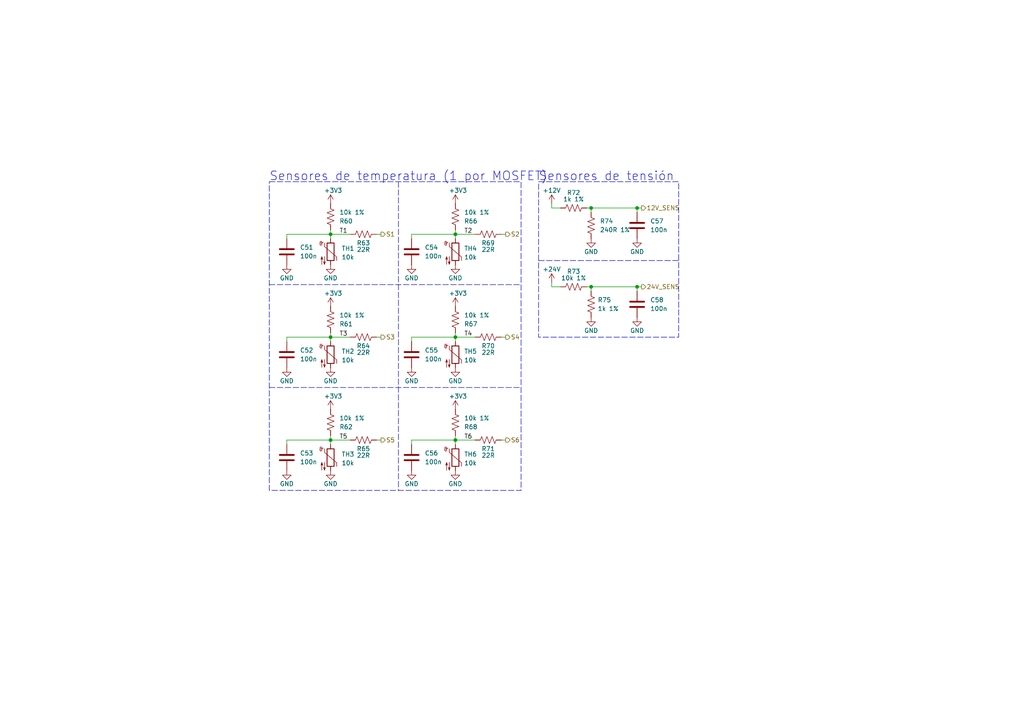
<source format=kicad_sch>
(kicad_sch (version 20250114) (generator "eeschema") (generator_version "9.0")
  (paper "A4")
  (lib_symbols
    (symbol "+3V3_1" (power) (pin_numbers (hide yes)) (pin_names (offset 0) (hide yes))
      (property "Value" "+3V3" (at 0 3.556 0))
      (symbol "+3V3_1_0_1"
        (polyline (pts (xy -0.762 1.27) (xy 0 2.54)))
        (polyline (pts (xy 0 2.54) (xy 0.762 1.27)))
        (polyline (pts (xy 0 0) (xy 0 2.54)))
      )
      (symbol "+3V3_1_1_1"
        (pin power_in line (at 0 0 90) (length 0) (name "~") (number "1"))
      )
    )
    (symbol "Device:C" (pin_numbers (hide yes)) (pin_names (offset 0.254))
      (property "Reference" "C" (at 0.635 2.54 0))
      (property "Value" "C" (at 0.635 -2.54 0))
      (symbol "C_0_1"
        (polyline (pts (xy -2.032 0.762) (xy 2.032 0.762)) (stroke (width 0.508)))
        (polyline (pts (xy -2.032 -0.762) (xy 2.032 -0.762)) (stroke (width 0.508)))
      )
      (symbol "C_1_1"
        (pin passive line (at 0 3.81 270) (length 2.794) (name "~") (number "1"))
        (pin passive line (at 0 -3.81 90) (length 2.794) (name "~") (number "2"))
      )
    )
    (symbol "Device:R_US" (pin_numbers (hide yes)) (pin_names (offset 0))
      (property "Reference" "R" (at 2.54 0 90))
      (property "Value" "R_US" (at -2.54 0 90))
      (symbol "R_US_0_1"
        (polyline (pts (xy 0 2.286) (xy 0 2.54)))
        (polyline (pts (xy 0 2.286) (xy 1.016 1.905) (xy 0 1.524) (xy -1.016 1.143) (xy 0 0.762)))
        (polyline (pts (xy 0 0.762) (xy 1.016 0.381) (xy 0 0) (xy -1.016 -0.381) (xy 0 -0.762)))
        (polyline (pts (xy 0 -0.762) (xy 1.016 -1.143) (xy 0 -1.524) (xy -1.016 -1.905) (xy 0 -2.286)))
        (polyline (pts (xy 0 -2.286) (xy 0 -2.54)))
      )
      (symbol "R_US_1_1"
        (pin passive line (at 0 3.81 270) (length 1.27) (name "~") (number "1"))
        (pin passive line (at 0 -3.81 90) (length 1.27) (name "~") (number "2"))
      )
    )
    (symbol "Device:Thermistor_NTC" (pin_numbers (hide yes)) (pin_names (offset 0))
      (property "Reference" "TH" (at -4.445 0 90))
      (property "Value" "Thermistor_NTC" (at 3.175 0 90))
      (symbol "Thermistor_NTC_0_1"
        (arc (start -3.175 2.413) (mid -3.0506 2.3165) (end -3.048 2.159))
        (arc (start -3.048 2.794) (mid -2.9736 2.9736) (end -2.794 3.048))
        (arc (start -2.794 3.048) (mid -2.6144 2.9736) (end -2.54 2.794))
        (arc (start -2.794 2.54) (mid -2.9736 2.6144) (end -3.048 2.794))
        (arc (start -2.794 1.905) (mid -2.9736 1.9794) (end -3.048 2.159))
        (arc (start -2.54 2.159) (mid -2.6144 1.9794) (end -2.794 1.905))
        (arc (start -2.159 2.794) (mid -2.434 2.5608) (end -2.794 2.54))
        (polyline (pts (xy -2.54 2.159) (xy -2.54 2.794)))
        (polyline (pts (xy -2.54 -3.683) (xy -2.54 -1.397) (xy -2.794 -2.159) (xy -2.286 -2.159) (xy -2.54 -1.397) (xy -2.54 -1.651)) (fill (type outline)))
        (polyline (pts (xy -1.778 2.54) (xy -1.778 1.524) (xy 1.778 -1.524) (xy 1.778 -2.54)))
        (polyline (pts (xy -1.778 -1.397) (xy -1.778 -3.683) (xy -2.032 -2.921) (xy -1.524 -2.921) (xy -1.778 -3.683) (xy -1.778 -3.429)) (fill (type outline)))
        (rectangle (start -1.016 2.54) (end 1.016 -2.54) (stroke (width 0.254)))
      )
      (symbol "Thermistor_NTC_1_1"
        (pin passive line (at 0 3.81 270) (length 1.27) (name "~") (number "1"))
        (pin passive line (at 0 -3.81 90) (length 1.27) (name "~") (number "2"))
      )
    )
    (symbol "power:+12V" (power) (pin_numbers (hide yes)) (pin_names (offset 0) (hide yes))
      (property "Value" "+12V" (at 0 3.556 0))
      (symbol "+12V_0_1"
        (polyline (pts (xy -0.762 1.27) (xy 0 2.54)))
        (polyline (pts (xy 0 2.54) (xy 0.762 1.27)))
        (polyline (pts (xy 0 0) (xy 0 2.54)))
      )
      (symbol "+12V_1_1"
        (pin power_in line (at 0 0 90) (length 0) (name "~") (number "1"))
      )
    )
    (symbol "power:GND" (power) (pin_names (offset 0))
      (property "Value" "GND" (at 0 -3.81 0))
      (symbol "GND_0_1"
        (polyline (pts (xy 0 0) (xy 0 -1.27) (xy 1.27 -1.27) (xy 0 -2.54) (xy -1.27 -1.27) (xy 0 -1.27)))
      )
      (symbol "GND_1_1"
        (pin power_in line (at 0 0 270) (length 0) (hide yes) (name "GND") (number "1"))
      )
    )
  )
  (rectangle (start 156.21 52.705) (end 196.85 97.79) (stroke (width 0) (type dash)))
  (rectangle (start 78.105 52.705) (end 151.13 142.24) (stroke (width 0) (type dash)))
  (text "Sensores de tensión" (at 156.21 52.705 0) (effects (font (size 2.54 2.54)) (justify left bottom)))
  (text "Sensores de temperatura (1 por MOSFET)" (at 78.105 52.705 0) (effects (font (size 2.54 2.54)) (justify left bottom)))
  (junction (at 95.885 127.635))
  (junction (at 132.08 127.635))
  (junction (at 132.08 97.79))
  (junction (at 95.885 97.79))
  (junction (at 184.785 83.185))
  (junction (at 184.785 60.325))
  (junction (at 171.45 60.325))
  (junction (at 95.885 67.945))
  (junction (at 132.08 67.945))
  (junction (at 171.45 83.185))
  (wire (pts (xy 119.38 69.215) (xy 119.38 67.945)))
  (wire (pts (xy 95.885 67.945) (xy 101.6 67.945)))
  (wire (pts (xy 83.185 127.635) (xy 95.885 127.635)))
  (wire (pts (xy 110.49 97.79) (xy 109.22 97.79)))
  (wire (pts (xy 160.02 83.185) (xy 160.02 81.915)))
  (wire (pts (xy 171.45 61.595) (xy 171.45 60.325)))
  (wire (pts (xy 132.08 67.945) (xy 137.795 67.945)))
  (wire (pts (xy 83.185 69.215) (xy 83.185 67.945)))
  (wire (pts (xy 132.08 127.635) (xy 137.795 127.635)))
  (polyline (pts (xy 78.105 112.395) (xy 151.13 112.395)) (stroke (width 0) (type dash)))
  (wire (pts (xy 132.08 128.905) (xy 132.08 127.635)))
  (wire (pts (xy 160.02 60.325) (xy 162.56 60.325)))
  (wire (pts (xy 83.185 99.06) (xy 83.185 97.79)))
  (wire (pts (xy 119.38 127.635) (xy 132.08 127.635)))
  (polyline (pts (xy 115.57 52.705) (xy 115.57 142.24)) (stroke (width 0) (type dash)))
  (wire (pts (xy 160.02 60.325) (xy 160.02 59.055)))
  (wire (pts (xy 132.08 97.79) (xy 132.08 96.52)))
  (wire (pts (xy 95.885 67.945) (xy 95.885 66.675)))
  (wire (pts (xy 146.685 97.79) (xy 145.415 97.79)))
  (wire (pts (xy 132.08 127.635) (xy 132.08 126.365)))
  (wire (pts (xy 95.885 97.79) (xy 95.885 96.52)))
  (wire (pts (xy 110.49 67.945) (xy 109.22 67.945)))
  (wire (pts (xy 132.08 69.215) (xy 132.08 67.945)))
  (wire (pts (xy 184.785 60.325) (xy 184.785 61.595)))
  (wire (pts (xy 184.785 60.325) (xy 186.055 60.325)))
  (polyline (pts (xy 78.105 82.55) (xy 151.13 82.55)) (stroke (width 0) (type dash)))
  (wire (pts (xy 171.45 60.325) (xy 184.785 60.325)))
  (wire (pts (xy 95.885 127.635) (xy 101.6 127.635)))
  (wire (pts (xy 132.08 67.945) (xy 132.08 66.675)))
  (wire (pts (xy 83.185 128.905) (xy 83.185 127.635)))
  (polyline (pts (xy 156.21 75.565) (xy 196.85 75.565)) (stroke (width 0) (type dash)))
  (wire (pts (xy 119.38 67.945) (xy 132.08 67.945)))
  (wire (pts (xy 119.38 99.06) (xy 119.38 97.79)))
  (wire (pts (xy 95.885 97.79) (xy 101.6 97.79)))
  (wire (pts (xy 95.885 127.635) (xy 95.885 126.365)))
  (wire (pts (xy 132.08 97.79) (xy 137.795 97.79)))
  (wire (pts (xy 110.49 127.635) (xy 109.22 127.635)))
  (wire (pts (xy 146.685 67.945) (xy 145.415 67.945)))
  (wire (pts (xy 184.785 83.185) (xy 184.785 84.455)))
  (wire (pts (xy 95.885 99.06) (xy 95.885 97.79)))
  (wire (pts (xy 171.45 83.185) (xy 171.45 84.455)))
  (wire (pts (xy 83.185 67.945) (xy 95.885 67.945)))
  (wire (pts (xy 170.18 60.325) (xy 171.45 60.325)))
  (wire (pts (xy 83.185 97.79) (xy 95.885 97.79)))
  (wire (pts (xy 95.885 69.215) (xy 95.885 67.945)))
  (wire (pts (xy 184.785 83.185) (xy 186.055 83.185)))
  (wire (pts (xy 146.685 127.635) (xy 145.415 127.635)))
  (wire (pts (xy 171.45 83.185) (xy 184.785 83.185)))
  (wire (pts (xy 119.38 128.905) (xy 119.38 127.635)))
  (wire (pts (xy 119.38 97.79) (xy 132.08 97.79)))
  (wire (pts (xy 170.18 83.185) (xy 171.45 83.185)))
  (wire (pts (xy 95.885 128.905) (xy 95.885 127.635)))
  (wire (pts (xy 132.08 99.06) (xy 132.08 97.79)))
  (wire (pts (xy 160.02 83.185) (xy 162.56 83.185)))
  (label "T6" (at 134.62 127.635 0))
  (label "T4" (at 134.62 97.79 0))
  (label "T5" (at 98.425 127.635 0))
  (label "T3" (at 98.425 97.79 0))
  (label "T2" (at 134.62 67.945 0))
  (label "T1" (at 98.425 67.945 0))
  (hierarchical_label "S6" (shape output) (at 146.685 127.635 0))
  (hierarchical_label "S2" (shape output) (at 146.685 67.945 0))
  (hierarchical_label "12V_SENS" (shape output) (at 186.055 60.325 0))
  (hierarchical_label "S3" (shape output) (at 110.49 97.79 0))
  (hierarchical_label "S1" (shape output) (at 110.49 67.945 0))
  (hierarchical_label "S4" (shape output) (at 146.685 97.79 0))
  (hierarchical_label "S5" (shape output) (at 110.49 127.635 0))
  (hierarchical_label "24V_SENS" (shape output) (at 186.055 83.185 0))
  (symbol (lib_id "power:GND") (at 171.45 69.215 0) (unit 1)
    (property "Reference" "#PWR0151" (effects (hide yes)))
    (property "Value" "GND" (at 171.45 73.025 0))
  )
  (symbol (lib_id "Device:C") (at 83.185 132.715 0) (unit 1)
    (property "Reference" "C53" (at 86.995 131.445 0) (effects (justify left)))
    (property "Value" "100n" (at 86.995 133.985 0) (effects (justify left)))
    (property "Footprint" "Capacitor_SMD:C_0603_1608Metric" (effects (hide yes)))
    (property "Datasheet" "https://www.lcsc.com/datasheet/lcsc_datasheet_2208181800_FOJAN-FCC0603B104K500CT_C5137636.pdf" (effects (hide yes)))
    (property "Description" "Unpolarized capacitor" (effects (hide yes)))
    (property "LCSC part" " C5137636" (effects (hide yes)))
  )
  (symbol (lib_id "power:GND") (at 132.08 106.68 0) (unit 1)
    (property "Reference" "#PWR0146" (effects (hide yes)))
    (property "Value" "GND" (at 132.08 110.49 0))
  )
  (symbol (lib_id "Device:R_US") (at 166.37 60.325 270) (unit 1)
    (property "Reference" "R72" (at 166.37 55.88 90))
    (property "Value" "1k 1%" (at 166.37 57.785 90))
    (property "Footprint" "Resistor_SMD:R_0603_1608Metric" (effects (hide yes)))
    (property "Datasheet" "https://www.lcsc.com/datasheet/lcsc_datasheet_2410121258_LIZ-Elec-CR0603FA1002G_C126901.pdf" (effects (hide yes)))
    (property "LCSC part" " C126901" (effects (hide yes)))
  )
  (symbol (lib_id "power:GND") (at 184.785 92.075 0) (unit 1)
    (property "Reference" "#PWR0154" (effects (hide yes)))
    (property "Value" "GND" (at 184.785 95.885 0))
  )
  (symbol (lib_id "power:GND") (at 83.185 76.835 0) (unit 1)
    (property "Reference" "#PWR0131" (effects (hide yes)))
    (property "Value" "GND" (at 83.185 80.645 0))
  )
  (symbol (lib_id "Device:Thermistor_NTC") (at 132.08 102.87 0) (unit 1)
    (property "Reference" "TH5" (at 134.62 101.9175 0) (effects (justify left)))
    (property "Value" "10k" (at 134.62 104.4575 0) (effects (justify left)))
    (property "Footprint" "TFG-Brushless-ESC:temp sensor" (effects (hide yes)))
    (property "Datasheet" "https://www.lcsc.com/datasheet/lcsc_datasheet_1810161311_Nanjing-Shiheng-Elec-MF52A104J3950-A1_C123383.pdf" (effects (hide yes)))
    (property "Description" "Temperature dependent resistor, negative temperature coefficient" (effects (hide yes)))
    (property "LCSC part" " C123383" (effects (hide yes)))
  )
  (symbol (lib_name "+3V3_1") (lib_id "power:+3V3") (at 132.08 88.9 0) (unit 1)
    (property "Reference" "#PWR0145" (effects (hide yes)))
    (property "Value" "+3V3" (at 130.175 85.09 0) (effects (justify left)))
    (property "Description" "Power symbol creates a global label with name \"+3V3\"" (effects (hide yes)))
  )
  (symbol (lib_id "Device:C") (at 119.38 132.715 0) (unit 1)
    (property "Reference" "C56" (at 123.19 131.445 0) (effects (justify left)))
    (property "Value" "100n" (at 123.19 133.985 0) (effects (justify left)))
    (property "Footprint" "Capacitor_SMD:C_0603_1608Metric" (effects (hide yes)))
    (property "Datasheet" "https://www.lcsc.com/datasheet/lcsc_datasheet_2208181800_FOJAN-FCC0603B104K500CT_C5137636.pdf" (effects (hide yes)))
    (property "Description" "Unpolarized capacitor" (effects (hide yes)))
    (property "LCSC part" " C5137636" (effects (hide yes)))
  )
  (symbol (lib_id "Device:C") (at 184.785 88.265 0) (unit 1)
    (property "Reference" "C58" (at 188.595 86.9949 0) (effects (justify left)))
    (property "Value" "100n" (at 188.595 89.5349 0) (effects (justify left)))
    (property "Footprint" "Capacitor_SMD:C_0603_1608Metric" (effects (hide yes)))
    (property "Datasheet" "https://www.lcsc.com/datasheet/lcsc_datasheet_2208181800_FOJAN-FCC0603B104K500CT_C5137636.pdf" (effects (hide yes)))
    (property "LCSC part" " C5137636" (effects (hide yes)))
  )
  (symbol (lib_id "power:GND") (at 119.38 136.525 0) (unit 1)
    (property "Reference" "#PWR0142" (effects (hide yes)))
    (property "Value" "GND" (at 119.38 140.335 0))
  )
  (symbol (lib_id "Device:C") (at 184.785 65.405 0) (unit 1)
    (property "Reference" "C57" (at 188.595 64.1349 0) (effects (justify left)))
    (property "Value" "100n" (at 188.595 66.6749 0) (effects (justify left)))
    (property "Footprint" "Capacitor_SMD:C_0603_1608Metric" (effects (hide yes)))
    (property "Datasheet" "https://www.lcsc.com/datasheet/lcsc_datasheet_2208181800_FOJAN-FCC0603B104K500CT_C5137636.pdf" (effects (hide yes)))
    (property "LCSC part" " C5137636" (effects (hide yes)))
  )
  (symbol (lib_id "Device:Thermistor_NTC") (at 132.08 132.715 0) (unit 1)
    (property "Reference" "TH6" (at 134.62 131.7625 0) (effects (justify left)))
    (property "Value" "10k" (at 134.62 134.3025 0) (effects (justify left)))
    (property "Footprint" "TFG-Brushless-ESC:temp sensor" (effects (hide yes)))
    (property "Datasheet" "https://www.lcsc.com/datasheet/lcsc_datasheet_1810161311_Nanjing-Shiheng-Elec-MF52A104J3950-A1_C123383.pdf" (effects (hide yes)))
    (property "Description" "Temperature dependent resistor, negative temperature coefficient" (effects (hide yes)))
    (property "LCSC part" " C123383" (effects (hide yes)))
  )
  (symbol (lib_id "Device:C") (at 119.38 73.025 0) (unit 1)
    (property "Reference" "C54" (at 123.19 71.755 0) (effects (justify left)))
    (property "Value" "100n" (at 123.19 74.295 0) (effects (justify left)))
    (property "Footprint" "Capacitor_SMD:C_0603_1608Metric" (effects (hide yes)))
    (property "Datasheet" "https://www.lcsc.com/datasheet/lcsc_datasheet_2208181800_FOJAN-FCC0603B104K500CT_C5137636.pdf" (effects (hide yes)))
    (property "Description" "Unpolarized capacitor" (effects (hide yes)))
    (property "LCSC part" " C5137636" (effects (hide yes)))
  )
  (symbol (lib_id "Device:R_US") (at 171.45 88.265 180) (unit 1)
    (property "Reference" "R75" (at 173.355 86.995 0) (effects (justify right)))
    (property "Value" "1k 1%" (at 173.355 89.535 0) (effects (justify right)))
    (property "Footprint" "Resistor_SMD:R_0603_1608Metric" (effects (hide yes)))
    (property "Datasheet" "https://www.lcsc.com/datasheet/lcsc_datasheet_2304140030_RALEC-RTT031001FTP_C103198.pdf" (effects (hide yes)))
    (property "Sim.Device" "R" (effects (hide yes)))
    (property "Sim.Pins" "1=+ 2=-" (effects (hide yes)))
    (property "LCSC part" " C103198" (effects (hide yes)))
  )
  (symbol (lib_id "Device:R_US") (at 132.08 92.71 180) (unit 1)
    (property "Reference" "R67" (at 134.62 93.98 0) (effects (justify right)))
    (property "Value" "10k 1%" (at 134.62 91.44 0) (effects (justify right)))
    (property "Footprint" "Resistor_SMD:R_0603_1608Metric" (effects (hide yes)))
    (property "Datasheet" "https://www.lcsc.com/datasheet/lcsc_datasheet_2410121258_LIZ-Elec-CR0603FA1002G_C126901.pdf" (effects (hide yes)))
    (property "LCSC part" " C126901" (effects (hide yes)))
  )
  (symbol (lib_id "Device:R_US") (at 141.605 97.79 270) (unit 1)
    (property "Reference" "R70" (at 141.605 100.33 90))
    (property "Value" "22R" (at 141.605 102.235 90))
    (property "Footprint" "Resistor_SMD:R_0603_1608Metric" (effects (hide yes)))
    (property "Datasheet" "https://www.lcsc.com/datasheet/lcsc_datasheet_2410121508_Walsin-Tech-Corp-WR06X22R0FTL_C163887.pdf" (effects (hide yes)))
    (property "LCSC part" " C163887" (effects (hide yes)))
  )
  (symbol (lib_id "Device:C") (at 119.38 102.87 0) (unit 1)
    (property "Reference" "C55" (at 123.19 101.6 0) (effects (justify left)))
    (property "Value" "100n" (at 123.19 104.14 0) (effects (justify left)))
    (property "Footprint" "Capacitor_SMD:C_0603_1608Metric" (effects (hide yes)))
    (property "Datasheet" "https://www.lcsc.com/datasheet/lcsc_datasheet_2208181800_FOJAN-FCC0603B104K500CT_C5137636.pdf" (effects (hide yes)))
    (property "Description" "Unpolarized capacitor" (effects (hide yes)))
    (property "LCSC part" " C5137636" (effects (hide yes)))
  )
  (symbol (lib_name "+3V3_1") (lib_id "power:+3V3") (at 95.885 118.745 0) (unit 1)
    (property "Reference" "#PWR0138" (effects (hide yes)))
    (property "Value" "+3V3" (at 93.98 114.935 0) (effects (justify left)))
    (property "Description" "Power symbol creates a global label with name \"+3V3\"" (effects (hide yes)))
  )
  (symbol (lib_id "power:GND") (at 171.45 92.075 0) (unit 1)
    (property "Reference" "#PWR0152" (effects (hide yes)))
    (property "Value" "GND" (at 171.45 95.885 0))
  )
  (symbol (lib_id "power:GND") (at 119.38 106.68 0) (unit 1)
    (property "Reference" "#PWR0141" (effects (hide yes)))
    (property "Value" "GND" (at 119.38 110.49 0))
  )
  (symbol (lib_id "Device:R_US") (at 95.885 62.865 180) (unit 1)
    (property "Reference" "R60" (at 98.425 64.135 0) (effects (justify right)))
    (property "Value" "10k 1%" (at 98.425 61.595 0) (effects (justify right)))
    (property "Footprint" "Resistor_SMD:R_0603_1608Metric" (effects (hide yes)))
    (property "Datasheet" "https://www.lcsc.com/datasheet/lcsc_datasheet_2410121258_LIZ-Elec-CR0603FA1002G_C126901.pdf" (effects (hide yes)))
    (property "LCSC part" " C126901" (effects (hide yes)))
  )
  (symbol (lib_id "Device:R_US") (at 141.605 127.635 270) (unit 1)
    (property "Reference" "R71" (at 141.605 130.175 90))
    (property "Value" "22R" (at 141.605 132.08 90))
    (property "Footprint" "Resistor_SMD:R_0603_1608Metric" (effects (hide yes)))
    (property "Datasheet" "https://www.lcsc.com/datasheet/lcsc_datasheet_2410121508_Walsin-Tech-Corp-WR06X22R0FTL_C163887.pdf" (effects (hide yes)))
    (property "LCSC part" " C163887" (effects (hide yes)))
  )
  (symbol (lib_id "power:GND") (at 132.08 76.835 0) (unit 1)
    (property "Reference" "#PWR0144" (effects (hide yes)))
    (property "Value" "GND" (at 132.08 80.645 0))
  )
  (symbol (lib_id "power:GND") (at 95.885 136.525 0) (unit 1)
    (property "Reference" "#PWR0139" (effects (hide yes)))
    (property "Value" "GND" (at 95.885 140.335 0))
  )
  (symbol (lib_id "Device:R_US") (at 95.885 122.555 180) (unit 1)
    (property "Reference" "R62" (at 98.425 123.825 0) (effects (justify right)))
    (property "Value" "10k 1%" (at 98.425 121.285 0) (effects (justify right)))
    (property "Footprint" "Resistor_SMD:R_0603_1608Metric" (effects (hide yes)))
    (property "Datasheet" "https://www.lcsc.com/datasheet/lcsc_datasheet_2410121258_LIZ-Elec-CR0603FA1002G_C126901.pdf" (effects (hide yes)))
    (property "LCSC part" " C126901" (effects (hide yes)))
  )
  (symbol (lib_id "Device:Thermistor_NTC") (at 95.885 132.715 0) (unit 1)
    (property "Reference" "TH3" (at 99.06 131.7625 0) (effects (justify left)))
    (property "Value" "10k" (at 99.06 134.3025 0) (effects (justify left)))
    (property "Footprint" "TFG-Brushless-ESC:temp sensor" (effects (hide yes)))
    (property "Datasheet" "https://www.lcsc.com/datasheet/lcsc_datasheet_1810161311_Nanjing-Shiheng-Elec-MF52A104J3950-A1_C123383.pdf" (effects (hide yes)))
    (property "Description" "Temperature dependent resistor, negative temperature coefficient" (effects (hide yes)))
    (property "LCSC part" " C123383" (effects (hide yes)))
  )
  (symbol (lib_id "power:GND") (at 83.185 136.525 0) (unit 1)
    (property "Reference" "#PWR0133" (effects (hide yes)))
    (property "Value" "GND" (at 83.185 140.335 0))
  )
  (symbol (lib_id "Device:R_US") (at 132.08 62.865 180) (unit 1)
    (property "Reference" "R66" (at 134.62 64.135 0) (effects (justify right)))
    (property "Value" "10k 1%" (at 134.62 61.595 0) (effects (justify right)))
    (property "Footprint" "Resistor_SMD:R_0603_1608Metric" (effects (hide yes)))
    (property "Datasheet" "https://www.lcsc.com/datasheet/lcsc_datasheet_2410121258_LIZ-Elec-CR0603FA1002G_C126901.pdf" (effects (hide yes)))
    (property "LCSC part" " C126901" (effects (hide yes)))
  )
  (symbol (lib_id "power:GND") (at 132.08 136.525 0) (unit 1)
    (property "Reference" "#PWR0148" (effects (hide yes)))
    (property "Value" "GND" (at 132.08 140.335 0))
  )
  (symbol (lib_id "Device:R_US") (at 95.885 92.71 180) (unit 1)
    (property "Reference" "R61" (at 98.425 93.98 0) (effects (justify right)))
    (property "Value" "10k 1%" (at 98.425 91.44 0) (effects (justify right)))
    (property "Footprint" "Resistor_SMD:R_0603_1608Metric" (effects (hide yes)))
    (property "Datasheet" "https://www.lcsc.com/datasheet/lcsc_datasheet_2410121258_LIZ-Elec-CR0603FA1002G_C126901.pdf" (effects (hide yes)))
    (property "LCSC part" " C126901" (effects (hide yes)))
  )
  (symbol (lib_name "+3V3_1") (lib_id "power:+3V3") (at 132.08 59.055 0) (unit 1)
    (property "Reference" "#PWR0143" (effects (hide yes)))
    (property "Value" "+3V3" (at 130.175 55.245 0) (effects (justify left)))
    (property "Description" "Power symbol creates a global label with name \"+3V3\"" (effects (hide yes)))
  )
  (symbol (lib_id "power:GND") (at 184.785 69.215 0) (unit 1)
    (property "Reference" "#PWR0153" (effects (hide yes)))
    (property "Value" "GND" (at 184.785 73.025 0))
  )
  (symbol (lib_id "power:GND") (at 119.38 76.835 0) (unit 1)
    (property "Reference" "#PWR0140" (effects (hide yes)))
    (property "Value" "GND" (at 119.38 80.645 0))
  )
  (symbol (lib_id "Device:R_US") (at 105.41 67.945 270) (unit 1)
    (property "Reference" "R63" (at 105.41 70.485 90))
    (property "Value" "22R" (at 105.41 72.39 90))
    (property "Footprint" "Resistor_SMD:R_0603_1608Metric" (effects (hide yes)))
    (property "Datasheet" "https://www.lcsc.com/datasheet/lcsc_datasheet_2410121508_Walsin-Tech-Corp-WR06X22R0FTL_C163887.pdf" (effects (hide yes)))
    (property "LCSC part" " C163887" (effects (hide yes)))
  )
  (symbol (lib_name "+3V3_1") (lib_id "power:+3V3") (at 95.885 59.055 0) (unit 1)
    (property "Reference" "#PWR0134" (effects (hide yes)))
    (property "Value" "+3V3" (at 93.98 55.245 0) (effects (justify left)))
    (property "Description" "Power symbol creates a global label with name \"+3V3\"" (effects (hide yes)))
  )
  (symbol (lib_name "+3V3_1") (lib_id "power:+3V3") (at 132.08 118.745 0) (unit 1)
    (property "Reference" "#PWR0147" (effects (hide yes)))
    (property "Value" "+3V3" (at 130.175 114.935 0) (effects (justify left)))
    (property "Description" "Power symbol creates a global label with name \"+3V3\"" (effects (hide yes)))
  )
  (symbol (lib_id "Device:Thermistor_NTC") (at 95.885 73.025 0) (unit 1)
    (property "Reference" "TH1" (at 99.06 72.0725 0) (effects (justify left)))
    (property "Value" "10k" (at 99.06 74.6125 0) (effects (justify left)))
    (property "Footprint" "TFG-Brushless-ESC:temp sensor" (effects (hide yes)))
    (property "Datasheet" "https://www.lcsc.com/datasheet/lcsc_datasheet_1810170526_Nanjing-Shiheng-Elec-MF52A103F3435--A1_C84036.pdf" (effects (hide yes)))
    (property "Description" "Temperature dependent resistor, negative temperature coefficient" (effects (hide yes)))
    (property "LCSC part" "C84036" (effects (hide yes)))
  )
  (symbol (lib_id "power:+12V") (at 160.02 81.915 0) (unit 1)
    (property "Reference" "#PWR0150" (effects (hide yes)))
    (property "Value" "+24V" (at 160.02 78.105 0))
    (property "Description" "Power symbol creates a global label with name \"+12V\"" (effects (hide yes)))
  )
  (symbol (lib_name "+3V3_1") (lib_id "power:+3V3") (at 95.885 88.9 0) (unit 1)
    (property "Reference" "#PWR0136" (effects (hide yes)))
    (property "Value" "+3V3" (at 93.98 85.09 0) (effects (justify left)))
    (property "Description" "Power symbol creates a global label with name \"+3V3\"" (effects (hide yes)))
  )
  (symbol (lib_id "Device:C") (at 83.185 73.025 0) (unit 1)
    (property "Reference" "C51" (at 86.995 71.755 0) (effects (justify left)))
    (property "Value" "100n" (at 86.995 74.295 0) (effects (justify left)))
    (property "Footprint" "Capacitor_SMD:C_0603_1608Metric" (effects (hide yes)))
    (property "Datasheet" "https://www.lcsc.com/datasheet/lcsc_datasheet_2208181800_FOJAN-FCC0603B104K500CT_C5137636.pdf" (effects (hide yes)))
    (property "Description" "Unpolarized capacitor" (effects (hide yes)))
    (property "LCSC part" " C5137636" (effects (hide yes)))
  )
  (symbol (lib_id "Device:C") (at 83.185 102.87 0) (unit 1)
    (property "Reference" "C52" (at 86.995 101.6 0) (effects (justify left)))
    (property "Value" "100n" (at 86.995 104.14 0) (effects (justify left)))
    (property "Footprint" "Capacitor_SMD:C_0603_1608Metric" (effects (hide yes)))
    (property "Datasheet" "https://www.lcsc.com/datasheet/lcsc_datasheet_2208181800_FOJAN-FCC0603B104K500CT_C5137636.pdf" (effects (hide yes)))
    (property "Description" "Unpolarized capacitor" (effects (hide yes)))
    (property "LCSC part" " C5137636" (effects (hide yes)))
  )
  (symbol (lib_id "power:GND") (at 83.185 106.68 0) (unit 1)
    (property "Reference" "#PWR0132" (effects (hide yes)))
    (property "Value" "GND" (at 83.185 110.49 0))
  )
  (symbol (lib_id "Device:R_US") (at 105.41 127.635 270) (unit 1)
    (property "Reference" "R65" (at 105.41 130.175 90))
    (property "Value" "22R" (at 105.41 132.08 90))
    (property "Footprint" "Resistor_SMD:R_0603_1608Metric" (effects (hide yes)))
    (property "Datasheet" "https://www.lcsc.com/datasheet/lcsc_datasheet_2410121508_Walsin-Tech-Corp-WR06X22R0FTL_C163887.pdf" (effects (hide yes)))
    (property "LCSC part" " C163887" (effects (hide yes)))
  )
  (symbol (lib_id "Device:R_US") (at 105.41 97.79 270) (unit 1)
    (property "Reference" "R64" (at 105.41 100.33 90))
    (property "Value" "22R" (at 105.41 102.235 90))
    (property "Footprint" "Resistor_SMD:R_0603_1608Metric" (effects (hide yes)))
    (property "Datasheet" "https://www.lcsc.com/datasheet/lcsc_datasheet_2410121508_Walsin-Tech-Corp-WR06X22R0FTL_C163887.pdf" (effects (hide yes)))
    (property "LCSC part" " C163887" (effects (hide yes)))
  )
  (symbol (lib_id "Device:Thermistor_NTC") (at 95.885 102.87 0) (unit 1)
    (property "Reference" "TH2" (at 99.06 101.9175 0) (effects (justify left)))
    (property "Value" "10k" (at 99.06 104.4575 0) (effects (justify left)))
    (property "Footprint" "TFG-Brushless-ESC:temp sensor" (effects (hide yes)))
    (property "Datasheet" "https://www.lcsc.com/datasheet/lcsc_datasheet_1810161311_Nanjing-Shiheng-Elec-MF52A104J3950-A1_C123383.pdf" (effects (hide yes)))
    (property "Description" "Temperature dependent resistor, negative temperature coefficient" (effects (hide yes)))
    (property "LCSC part" " C123383" (effects (hide yes)))
  )
  (symbol (lib_id "Device:R_US") (at 132.08 122.555 180) (unit 1)
    (property "Reference" "R68" (at 134.62 123.825 0) (effects (justify right)))
    (property "Value" "10k 1%" (at 134.62 121.285 0) (effects (justify right)))
    (property "Footprint" "Resistor_SMD:R_0603_1608Metric" (effects (hide yes)))
    (property "Datasheet" "https://www.lcsc.com/datasheet/lcsc_datasheet_2410121258_LIZ-Elec-CR0603FA1002G_C126901.pdf" (effects (hide yes)))
    (property "LCSC part" " C126901" (effects (hide yes)))
  )
  (symbol (lib_id "power:GND") (at 95.885 106.68 0) (unit 1)
    (property "Reference" "#PWR0137" (effects (hide yes)))
    (property "Value" "GND" (at 95.885 110.49 0))
  )
  (symbol (lib_id "Device:Thermistor_NTC") (at 132.08 73.025 0) (unit 1)
    (property "Reference" "TH4" (at 134.62 72.0725 0) (effects (justify left)))
    (property "Value" "10k" (at 134.62 74.6125 0) (effects (justify left)))
    (property "Footprint" "TFG-Brushless-ESC:temp sensor" (effects (hide yes)))
    (property "Datasheet" "https://www.lcsc.com/datasheet/lcsc_datasheet_1810161311_Nanjing-Shiheng-Elec-MF52A104J3950-A1_C123383.pdf" (effects (hide yes)))
    (property "Description" "Temperature dependent resistor, negative temperature coefficient" (effects (hide yes)))
    (property "LCSC part" " C123383" (effects (hide yes)))
  )
  (symbol (lib_id "Device:R_US") (at 141.605 67.945 270) (unit 1)
    (property "Reference" "R69" (at 141.605 70.485 90))
    (property "Value" "22R" (at 141.605 72.39 90))
    (property "Footprint" "Resistor_SMD:R_0603_1608Metric" (effects (hide yes)))
    (property "Datasheet" "https://www.lcsc.com/datasheet/lcsc_datasheet_2410121508_Walsin-Tech-Corp-WR06X22R0FTL_C163887.pdf" (effects (hide yes)))
    (property "LCSC part" " C163887" (effects (hide yes)))
  )
  (symbol (lib_id "Device:R_US") (at 166.37 83.185 270) (unit 1)
    (property "Reference" "R73" (at 166.37 78.74 90))
    (property "Value" "10k 1%" (at 166.37 80.645 90))
    (property "Footprint" "Resistor_SMD:R_0603_1608Metric" (effects (hide yes)))
    (property "Datasheet" "https://www.lcsc.com/datasheet/lcsc_datasheet_2410121258_LIZ-Elec-CR0603FA1002G_C126901.pdf" (effects (hide yes)))
    (property "Sim.Device" "R" (effects (hide yes)))
    (property "Sim.Pins" "1=+ 2=-" (effects (hide yes)))
    (property "LCSC part" " C126901" (effects (hide yes)))
  )
  (symbol (lib_id "Device:R_US") (at 171.45 65.405 0) (unit 1)
    (property "Reference" "R74" (at 173.99 64.1349 0) (effects (justify left)))
    (property "Value" "240R 1%" (at 173.99 66.6749 0) (effects (justify left)))
    (property "Footprint" "Resistor_SMD:R_0603_1608Metric" (effects (hide yes)))
    (property "Datasheet" "https://www.lcsc.com/datasheet/lcsc_datasheet_2411220041_FH--Guangdong-Fenghua-Advanced-Tech-RS-03K2400FT_C286579.pdf" (effects (hide yes)))
    (property "LCSC part" " C286579" (effects (hide yes)))
  )
  (symbol (lib_id "power:+12V") (at 160.02 59.055 0) (unit 1)
    (property "Reference" "#PWR0149" (effects (hide yes)))
    (property "Value" "+12V" (at 160.02 55.245 0))
    (property "Description" "Power symbol creates a global label with name \"+12V\"" (effects (hide yes)))
  )
  (symbol (lib_id "power:GND") (at 95.885 76.835 0) (unit 1)
    (property "Reference" "#PWR0135" (effects (hide yes)))
    (property "Value" "GND" (at 95.885 80.645 0))
  )
)
</source>
